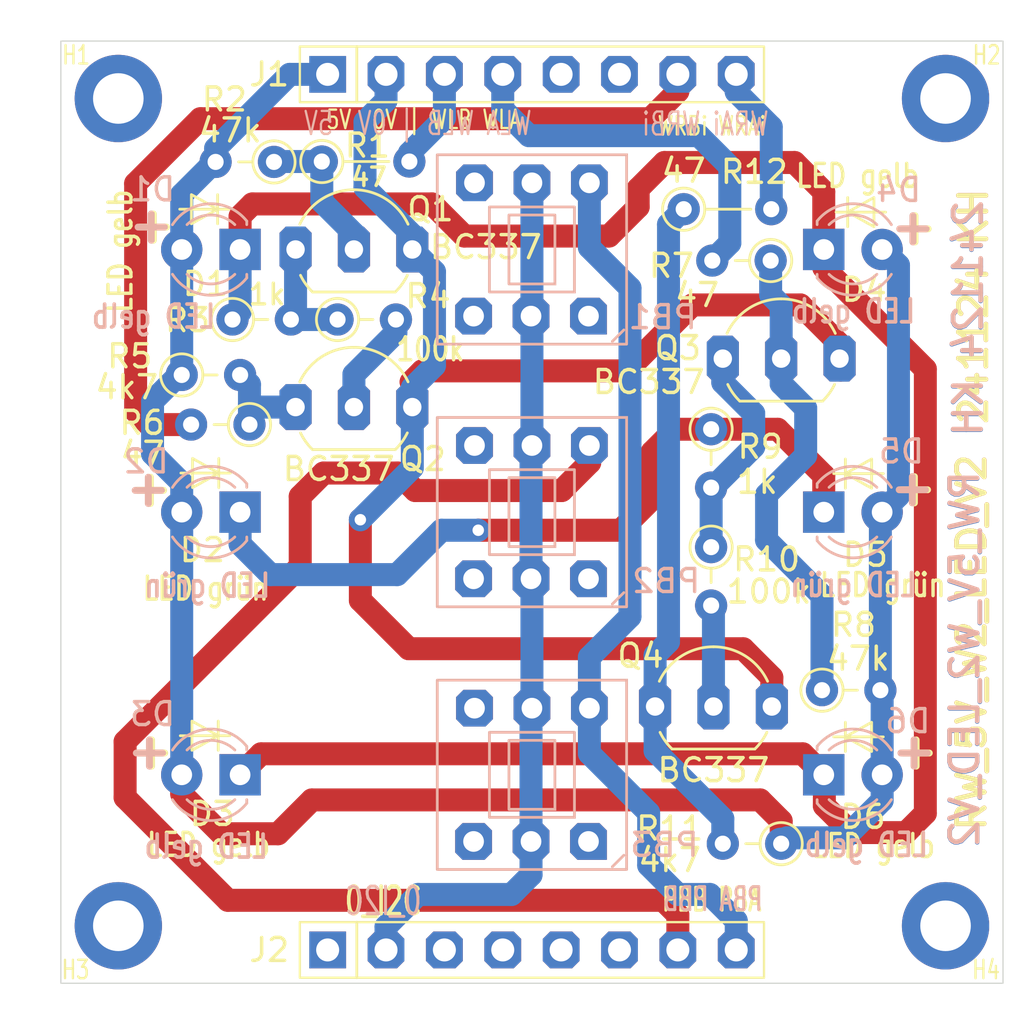
<source format=kicad_pcb>
(kicad_pcb (version 20240108) (generator "pcbnew") (generator_version "8.0")
  (layers (0 "F.Cu" signal) (31 "B.Cu" signal) (34 "B.Paste" user) (35 "F.Paste" user) (36 "B.SilkS" user "B.Silkscreen") (37 "F.SilkS" user "F.Silkscreen") (38 "B.Mask" user) (39 "F.Mask" user) (44 "Edge.Cuts" user))
  (net 0 "")
  (net 1 "Net-(D1-K)")
  (net 2 "/+5V")
  (net 3 "Net-(D2-K)")
  (net 5 "/WRBi")
  (net 6 "/WLA")
  (net 7 "/WRAi")
  (net 9 "/0V")
  (net 10 "/WLB")
  (net 14 "/PBA")
  (net 17 "/0_I2C")
  (net 18 "/PBB")
  (net 19 "Net-(Q1-B)")
  (net 20 "Net-(Q1-C)")
  (net 21 "Net-(Q2-B)")
  (net 22 "Net-(Q2-C)")
  (net 23 "Net-(Q3-C)")
  (net 24 "Net-(Q3-B)")
  (net 25 "Net-(Q4-C)")
  (net 26 "Net-(Q4-B)")
  (footprint "_kh_library:MountingHole_2.2mm_M2_Pad_TopBottom_kh" (layer "F.Cu") (at 34.07 26.45)
    (property "Reference" "H1" (at -1.8374 -1.8882 0) (layer "F.SilkS") (effects (font (size 0.8 0.6) (thickness 0.1) (bold yes))))
    (property "Value" "MountingHole")
    (pad "1" thru_hole circle (at 0 0) (size 2.6 2.6) (drill 2.2) (layers "*.Cu" "*.Mask"))
    (pad "1" connect circle (at 0 0) (size 3.8 3.8) (layers "F.Cu" "F.Mask"))
    (pad "1" connect circle (at 0 0) (size 3.8 3.8) (layers "B.Cu" "B.Mask"))
  )
  (footprint "Resistor_THT:R_Axial_DIN0204_L3.6mm_D1.6mm_P2.54mm_Vertical" (layer "F.Cu") (at 36.83 38.481)
    (property "Reference" "R5" (at -2.2606 -0.8128 0) (layer "F.SilkS"))
    (property "Value" "4k7" (at -2.3876 0.5334 0) (layer "F.SilkS"))
    (pad "1" thru_hole circle (at 0 0) (size 1.4 1.4) (drill 0.7) (layers "*.Cu" "*.Mask") (net 2 "/+5V"))
    (pad "2" thru_hole oval (at 2.54 0) (size 1.4 1.4) (drill 0.7) (layers "*.Cu" "*.Mask") (net 22 "Net-(Q2-C)"))
  )
  (footprint "_kh_library:R_Axial_DIN0204_L3.6mm_D1.6mm_P2.54mm_Vertical_kh" (layer "F.Cu") (at 59.8678 45.9732 -90)
    (property "Reference" "R10" (at 0.5342 -2.413 180) (layer "F.SilkS"))
    (property "Value" "100k")
    (pad "1" thru_hole circle (at 0 0 270) (size 1.4 1.4) (drill 0.7) (layers "*.Cu" "*.Mask") (net 23 "Net-(Q3-C)"))
    (pad "2" thru_hole oval (at 2.54 0 270) (size 1.4 1.4) (drill 0.7) (layers "*.Cu" "*.Mask") (net 26 "Net-(Q4-B)"))
  )
  (footprint "_kh_library:MountingHole_2.2mm_M2_Pad_TopBottom_kh" (layer "F.Cu") (at 34.07 62.45)
    (property "Reference" "H3" (at -1.8628 1.9136 0) (layer "F.SilkS") (effects (font (size 0.8 0.6) (thickness 0.1) (bold yes))))
    (property "Value" "MountingHole")
    (pad "1" thru_hole circle (at 0 0) (size 2.6 2.6) (drill 2.2) (layers "*.Cu" "*.Mask"))
    (pad "1" connect circle (at 0 0) (size 3.8 3.8) (layers "F.Cu" "F.Mask"))
    (pad "1" connect circle (at 0 0) (size 3.8 3.8) (layers "B.Cu" "B.Mask"))
  )
  (footprint "_kh_library:R_Axial_DIN0204_L3.6mm_D1.6mm_P3.81mm_Vertical_kh" (layer "F.Cu") (at 58.674 31.2674)
    (property "Reference" "R12" (at 3.0734 -1.6256 180) (layer "F.SilkS"))
    (property "Value" "47")
    (pad "1" thru_hole circle (at 0 0) (size 1.4 1.4) (drill 0.7) (layers "*.Cu" "*.Mask") (net 25 "Net-(Q4-C)"))
    (pad "2" thru_hole oval (at 3.81 0) (size 1.4 1.4) (drill 0.7) (layers "*.Cu" "*.Mask") (net 7 "/WRAi"))
  )
  (footprint "Resistor_THT:R_Axial_DIN0204_L3.6mm_D1.6mm_P2.54mm_Vertical" (layer "F.Cu") (at 43.611 36.068)
    (property "Reference" "R4" (at 3.9378 -1.016 0) (layer "F.SilkS"))
    (property "Value" "100k")
    (pad "1" thru_hole circle (at 0 0) (size 1.4 1.4) (drill 0.7) (layers "*.Cu" "*.Mask") (net 20 "Net-(Q1-C)"))
    (pad "2" thru_hole oval (at 2.54 0) (size 1.4 1.4) (drill 0.7) (layers "*.Cu" "*.Mask") (net 21 "Net-(Q2-B)"))
  )
  (footprint "Resistor_THT:R_Axial_DIN0204_L3.6mm_D1.6mm_P2.54mm_Vertical" (layer "F.Cu") (at 39.039 36.068)
    (property "Reference" "R3" (at -1.955 0.0254 0) (layer "F.SilkS"))
    (property "Value" "1k")
    (pad "1" thru_hole circle (at 0 0) (size 1.4 1.4) (drill 0.7) (layers "*.Cu" "*.Mask") (net 1 "Net-(D1-K)"))
    (pad "2" thru_hole oval (at 2.54 0) (size 1.4 1.4) (drill 0.7) (layers "*.Cu" "*.Mask") (net 20 "Net-(Q1-C)"))
  )
  (footprint "_kh_library:TO-92_Inline_Wide_custom" (layer "F.Cu") (at 41.783 39.878)
    (property "Reference" "Q2" (at 5.5372 2.2606 0) (layer "F.SilkS"))
    (property "Value" "BC337")
    (pad "1" thru_hole roundrect (at 0 0) (size 1.4 2) (drill 0.8) (layers "*.Cu" "*.Mask") (roundrect_rratio 0) (chamfer_ratio 0.2) (chamfer top_left top_right bottom_left bottom_right) (net 22 "Net-(Q2-C)"))
    (pad "2" thru_hole roundrect (at 2.54 0) (size 1.4 2) (drill 0.8) (layers "*.Cu" "*.Mask") (roundrect_rratio 0) (chamfer_ratio 0.2) (chamfer top_left top_right bottom_left bottom_right) (net 21 "Net-(Q2-B)"))
    (pad "3" thru_hole roundrect (at 5.08 0) (size 1.4 2) (drill 0.8) (layers "*.Cu" "*.Mask") (roundrect_rratio 0) (chamfer_ratio 0.2) (chamfer top_left top_right bottom_left bottom_right) (net 9 "/0V"))
  )
  (footprint "Resistor_THT:R_Axial_DIN0204_L3.6mm_D1.6mm_P2.54mm_Vertical" (layer "F.Cu") (at 62.9158 58.8772 180)
    (property "Reference" "R11" (at 4.8514 0.6604 180) (layer "F.SilkS"))
    (property "Value" "4k7")
    (pad "1" thru_hole circle (at 0 0 180) (size 1.4 1.4) (drill 0.7) (layers "*.Cu" "*.Mask") (net 2 "/+5V"))
    (pad "2" thru_hole oval (at 2.54 0 180) (size 1.4 1.4) (drill 0.7) (layers "*.Cu" "*.Mask") (net 25 "Net-(Q4-C)"))
  )
  (footprint "Resistor_THT:R_Axial_DIN0204_L3.6mm_D1.6mm_P2.54mm_Vertical" (layer "F.Cu") (at 40.844 29.21 180)
    (property "Reference" "R2" (at 2.1598 2.7178 0) (layer "F.SilkS"))
    (property "Value" "47k")
    (pad "1" thru_hole circle (at 0 0 180) (size 1.4 1.4) (drill 0.7) (layers "*.Cu" "*.Mask") (net 19 "Net-(Q1-B)"))
    (pad "2" thru_hole oval (at 2.54 0 180) (size 1.4 1.4) (drill 0.7) (layers "*.Cu" "*.Mask") (net 2 "/+5V"))
  )
  (footprint "_kh_library:MountingHole_2.2mm_M2_Pad_TopBottom_kh" (layer "F.Cu") (at 70.07 62.45)
    (property "Reference" "H4" (at 1.7612 1.9136 0) (layer "F.SilkS") (effects (font (size 0.8 0.6) (thickness 0.1) (bold yes))))
    (property "Value" "MountingHole")
    (pad "1" thru_hole circle (at 0 0) (size 2.6 2.6) (drill 2.2) (layers "*.Cu" "*.Mask"))
    (pad "1" connect circle (at 0 0) (size 3.8 3.8) (layers "F.Cu" "F.Mask"))
    (pad "1" connect circle (at 0 0) (size 3.8 3.8) (layers "B.Cu" "B.Mask"))
  )
  (footprint "Resistor_THT:R_Axial_DIN0204_L3.6mm_D1.6mm_P2.54mm_Vertical" (layer "F.Cu") (at 59.8678 40.8424 -90)
    (property "Reference" "R9" (at 0.7628 -2.1336 180) (layer "F.SilkS"))
    (property "Value" "1k" (at 2.2868 -2.0066 180) (layer "F.SilkS"))
    (pad "1" thru_hole circle (at 0 0 270) (size 1.4 1.4) (drill 0.7) (layers "*.Cu" "*.Mask") (net 3 "Net-(D2-K)"))
    (pad "2" thru_hole oval (at 2.54 0 270) (size 1.4 1.4) (drill 0.7) (layers "*.Cu" "*.Mask") (net 23 "Net-(Q3-C)"))
  )
  (footprint "Resistor_THT:R_Axial_DIN0204_L3.6mm_D1.6mm_P2.54mm_Vertical" (layer "F.Cu") (at 64.693 52.197)
    (property "Reference" "R8" (at 1.3724 -2.8448 0) (layer "F.SilkS"))
    (property "Value" "47k")
    (pad "1" thru_hole circle (at 0 0) (size 1.4 1.4) (drill 0.7) (layers "*.Cu" "*.Mask") (net 24 "Net-(Q3-B)"))
    (pad "2" thru_hole oval (at 2.54 0) (size 1.4 1.4) (drill 0.7) (layers "*.Cu" "*.Mask") (net 2 "/+5V"))
  )
  (footprint "Resistor_THT:R_Axial_DIN0204_L3.6mm_D1.6mm_P2.54mm_Vertical" (layer "F.Cu") (at 39.7772 40.64 180)
    (property "Reference" "R6" (at 4.6744 0.0762 0) (layer "F.SilkS"))
    (property "Value" "47")
    (pad "1" thru_hole circle (at 0 0 180) (size 1.4 1.4) (drill 0.7) (layers "*.Cu" "*.Mask") (net 22 "Net-(Q2-C)"))
    (pad "2" thru_hole oval (at 2.54 0 180) (size 1.4 1.4) (drill 0.7) (layers "*.Cu" "*.Mask") (net 5 "/WRBi"))
  )
  (footprint "_kh_library:R_Axial_DIN0204_L3.6mm_D1.6mm_P3.81mm_Vertical_kh" (layer "F.Cu") (at 42.926 29.193)
    (property "Reference" "R1" (at 1.9812 -0.6942 0) (layer "F.SilkS"))
    (property "Value" "47")
    (pad "1" thru_hole circle (at 0 0) (size 1.4 1.4) (drill 0.7) (layers "*.Cu" "*.Mask") (net 19 "Net-(Q1-B)"))
    (pad "2" thru_hole oval (at 3.81 0) (size 1.4 1.4) (drill 0.7) (layers "*.Cu" "*.Mask") (net 10 "/WLB"))
  )
  (footprint "_kh_library:TO-92_Inline_Wide_custom" (layer "F.Cu") (at 57.4294 52.9082)
    (property "Reference" "Q4" (at -0.635 -2.2098 0) (layer "F.SilkS"))
    (property "Value" "BC337")
    (pad "1" thru_hole roundrect (at 0 0) (size 1.4 2) (drill 0.8) (layers "*.Cu" "*.Mask") (roundrect_rratio 0) (chamfer_ratio 0.2) (chamfer top_left top_right bottom_left bottom_right) (net 25 "Net-(Q4-C)"))
    (pad "2" thru_hole roundrect (at 2.54 0) (size 1.4 2) (drill 0.8) (layers "*.Cu" "*.Mask") (roundrect_rratio 0) (chamfer_ratio 0.2) (chamfer top_left top_right bottom_left bottom_right) (net 26 "Net-(Q4-B)"))
    (pad "3" thru_hole roundrect (at 5.08 0) (size 1.4 2) (drill 0.8) (layers "*.Cu" "*.Mask") (roundrect_rratio 0) (chamfer_ratio 0.2) (chamfer top_left top_right bottom_left bottom_right) (net 9 "/0V"))
  )
  (footprint "_kh_library:PinSocket_1x08_P2.54mm_Vertical_kh" (layer "F.Cu") (at 43.18 25.4 90)
    (property "Reference" "J1" (at 0 -2.54 180) (layer "F.SilkS"))
    (property "Value" "Conn_01x08_Pin")
    (pad "1" thru_hole rect (at 0 0 90) (size 1.6 1.6) (drill 1) (layers "*.Cu" "*.Mask") (net 2 "/+5V"))
    (pad "2" thru_hole roundrect (at 0 2.54 90) (size 1.6 1.6) (drill 1) (layers "*.Cu" "*.Mask") (roundrect_rratio 0) (chamfer_ratio 0.2) (chamfer top_left top_right bottom_left bottom_right) (net 9 "/0V"))
    (pad "3" thru_hole roundrect (at 0 5.08 90) (size 1.6 1.6) (drill 1) (layers "*.Cu" "*.Mask") (roundrect_rratio 0) (chamfer_ratio 0.2) (chamfer top_left top_right bottom_left bottom_right) (net 10 "/WLB"))
    (pad "4" thru_hole roundrect (at 0 7.62 90) (size 1.6 1.6) (drill 1) (layers "*.Cu" "*.Mask") (roundrect_rratio 0) (chamfer_ratio 0.2) (chamfer top_left top_right bottom_left bottom_right) (net 6 "/WLA"))
    (pad "5" thru_hole roundrect (at 0 10.16 90) (size 1.6 1.6) (drill 1) (layers "*.Cu" "*.Mask") (roundrect_rratio 0) (chamfer_ratio 0.2) (chamfer top_left top_right bottom_left bottom_right))
    (pad "6" thru_hole roundrect (at 0 12.7 90) (size 1.6 1.6) (drill 1) (layers "*.Cu" "*.Mask") (roundrect_rratio 0) (chamfer_ratio 0.2) (chamfer top_left top_right bottom_left bottom_right))
    (pad "7" thru_hole roundrect (at 0 15.24 90) (size 1.6 1.6) (drill 1) (layers "*.Cu" "*.Mask") (roundrect_rratio 0) (chamfer_ratio 0.2) (chamfer top_left top_right bottom_left bottom_right) (net 5 "/WRBi"))
    (pad "8" thru_hole roundrect (at 0 17.78 90) (size 1.6 1.6) (drill 1) (layers "*.Cu" "*.Mask") (roundrect_rratio 0) (chamfer_ratio 0.2) (chamfer top_left top_right bottom_left bottom_right) (net 7 "/WRAi"))
  )
  (footprint "_kh_library:TO-92_Inline_Wide_custom" (layer "F.Cu") (at 41.783 33.02)
    (property "Reference" "Q1" (at 5.8674 -1.7526 0) (layer "F.SilkS"))
    (property "Value" "BC337")
    (pad "1" thru_hole roundrect (at 0 0) (size 1.4 2) (drill 0.8) (layers "*.Cu" "*.Mask") (roundrect_rratio 0) (chamfer_ratio 0.2) (chamfer top_left top_right bottom_left bottom_right) (net 20 "Net-(Q1-C)"))
    (pad "2" thru_hole roundrect (at 2.54 0) (size 1.4 2) (drill 0.8) (layers "*.Cu" "*.Mask") (roundrect_rratio 0) (chamfer_ratio 0.2) (chamfer top_left top_right bottom_left bottom_right) (net 19 "Net-(Q1-B)"))
    (pad "3" thru_hole roundrect (at 5.08 0) (size 1.4 2) (drill 0.8) (layers "*.Cu" "*.Mask") (roundrect_rratio 0) (chamfer_ratio 0.2) (chamfer top_left top_right bottom_left bottom_right) (net 9 "/0V"))
  )
  (footprint "_kh_library:R_Axial_DIN0204_L3.6mm_D1.6mm_P2.54mm_Vertical_kh" (layer "F.Cu") (at 62.4586 33.5026 180)
    (property "Reference" "R7" (at 4.318 -0.2286 0) (layer "F.SilkS"))
    (property "Value" "47")
    (pad "1" thru_hole circle (at 0 0 180) (size 1.4 1.4) (drill 0.7) (layers "*.Cu" "*.Mask") (net 24 "Net-(Q3-B)"))
    (pad "2" thru_hole oval (at 2.54 0 180) (size 1.4 1.4) (drill 0.7) (layers "*.Cu" "*.Mask") (net 6 "/WLA"))
  )
  (footprint "_kh_library:MountingHole_2.2mm_M2_Pad_TopBottom_kh" (layer "F.Cu") (at 70.07 26.45)
    (property "Reference" "H2" (at 1.7866 -1.8882 0) (layer "F.SilkS") (effects (font (size 0.8 0.6) (thickness 0.1) (bold yes))))
    (property "Value" "MountingHole")
    (pad "1" thru_hole circle (at 0 0) (size 2.6 2.6) (drill 2.2) (layers "*.Cu" "*.Mask"))
    (pad "1" connect circle (at 0 0) (size 3.8 3.8) (layers "F.Cu" "F.Mask"))
    (pad "1" connect circle (at 0 0) (size 3.8 3.8) (layers "B.Cu" "B.Mask"))
  )
  (footprint "_kh_library:PinSocket_1x08_P2.54mm_Vertical_kh" (layer "F.Cu") (at 43.18 63.5 90)
    (property "Reference" "J2" (at 0 -2.54 180) (layer "F.SilkS"))
    (property "Value" "Conn_01x08_Pin")
    (pad "1" thru_hole rect (at 0 0 90) (size 1.6 1.6) (drill 1) (layers "*.Cu" "*.Mask"))
    (pad "2" thru_hole roundrect (at 0 2.54 90) (size 1.6 1.6) (drill 1) (layers "*.Cu" "*.Mask") (roundrect_rratio 0) (chamfer_ratio 0.2) (chamfer top_left top_right bottom_left bottom_right) (net 17 "/0_I2C"))
    (pad "3" thru_hole roundrect (at 0 5.08 90) (size 1.6 1.6) (drill 1) (layers "*.Cu" "*.Mask") (roundrect_rratio 0) (chamfer_ratio 0.2) (chamfer top_left top_right bottom_left bottom_right))
    (pad "4" thru_hole roundrect (at 0 7.62 90) (size 1.6 1.6) (drill 1) (layers "*.Cu" "*.Mask") (roundrect_rratio 0) (chamfer_ratio 0.2) (chamfer top_left top_right bottom_left bottom_right))
    (pad "5" thru_hole roundrect (at 0 10.16 90) (size 1.6 1.6) (drill 1) (layers "*.Cu" "*.Mask") (roundrect_rratio 0) (chamfer_ratio 0.2) (chamfer top_left top_right bottom_left bottom_right))
    (pad "6" thru_hole roundrect (at 0 12.7 90) (size 1.6 1.6) (drill 1) (layers "*.Cu" "*.Mask") (roundrect_rratio 0) (chamfer_ratio 0.2) (chamfer top_left top_right bottom_left bottom_right))
    (pad "7" thru_hole roundrect (at 0 15.24 90) (size 1.6 1.6) (drill 1) (layers "*.Cu" "*.Mask") (roundrect_rratio 0) (chamfer_ratio 0.2) (chamfer top_left top_right bottom_left bottom_right) (net 18 "/PBB"))
    (pad "8" thru_hole roundrect (at 0 17.78 90) (size 1.6 1.6) (drill 1) (layers "*.Cu" "*.Mask") (roundrect_rratio 0) (chamfer_ratio 0.2) (chamfer top_left top_right bottom_left bottom_right) (net 14 "/PBA"))
  )
  (footprint "_kh_library:TO-92_Inline_Wide_custom" (layer "F.Cu") (at 60.3758 37.7698)
    (property "Reference" "Q3" (at -1.9558 -0.4572 0) (layer "F.SilkS"))
    (property "Value" "BC337")
    (pad "1" thru_hole roundrect (at 0 0) (size 1.4 2) (drill 0.8) (layers "*.Cu" "*.Mask") (roundrect_rratio 0) (chamfer_ratio 0.2) (chamfer top_left top_right bottom_left bottom_right) (net 23 "Net-(Q3-C)"))
    (pad "2" thru_hole roundrect (at 2.54 0) (size 1.4 2) (drill 0.8) (layers "*.Cu" "*.Mask") (roundrect_rratio 0) (chamfer_ratio 0.2) (chamfer top_left top_right bottom_left bottom_right) (net 24 "Net-(Q3-B)"))
    (pad "3" thru_hole roundrect (at 5.08 0) (size 1.4 2) (drill 0.8) (layers "*.Cu" "*.Mask") (roundrect_rratio 0) (chamfer_ratio 0.2) (chamfer top_left top_right bottom_left bottom_right) (net 9 "/0V"))
  )
  (footprint "LED_THT:LED_D3.0mm" (layer "B.Cu") (at 39.37 33.02 180)
    (property "Reference" "D1" (at 3.81 2.6162 0) (layer "B.SilkS") (effects (justify mirror)))
    (property "Value" "LED gelb")
    (pad "1" thru_hole rect (at 0 0 180) (size 1.8 1.8) (drill 0.9) (layers "*.Cu" "*.Mask") (net 1 "Net-(D1-K)"))
    (pad "2" thru_hole circle (at 2.54 0 180) (size 1.8 1.8) (drill 0.9) (layers "*.Cu" "*.Mask") (net 2 "/+5V"))
  )
  (footprint "_kh_library:SW_Push_DPDT_8x8" (layer "B.Cu") (at 54.57 35.92 180)
    (property "Reference" "PB1" (at -3.1896 -0.0464 0) (layer "B.SilkS") (effects (justify mirror)))
    (property "Value" "SW_Push_DPDT_8x8")
    (pad "1" thru_hole roundrect (at 0.04 0 180) (size 1.6 1.6) (drill 0.9) (layers "*.Cu" "*.Mask") (roundrect_rratio 0) (chamfer_ratio 0.2) (chamfer top_right bottom_left bottom_right))
    (pad "2" thru_hole roundrect (at 2.54 0 180) (size 1.6 1.6) (drill 0.9) (layers "*.Cu" "*.Mask") (roundrect_rratio 0) (chamfer_ratio 0.2) (chamfer top_left top_right bottom_left bottom_right) (net 17 "/0_I2C"))
    (pad "3" thru_hole roundrect (at 5.04 0 180) (size 1.6 1.6) (drill 0.9) (layers "*.Cu" "*.Mask") (roundrect_rratio 0) (chamfer_ratio 0.2) (chamfer top_left top_right bottom_left bottom_right))
    (pad "4" thru_hole roundrect (at 5 5.8 180) (size 1.6 1.6) (drill 0.9) (layers "*.Cu" "*.Mask") (roundrect_rratio 0) (chamfer_ratio 0.2) (chamfer top_left top_right bottom_left bottom_right))
    (pad "5" thru_hole roundrect (at 2.5 5.8 180) (size 1.6 1.6) (drill 0.9) (layers "*.Cu" "*.Mask") (roundrect_rratio 0) (chamfer_ratio 0.2) (chamfer top_left top_right bottom_left bottom_right) (net 17 "/0_I2C"))
    (pad "6" thru_hole roundrect (at 0 5.8 180) (size 1.6 1.6) (drill 0.9) (layers "*.Cu" "*.Mask") (roundrect_rratio 0) (chamfer_ratio 0.2) (chamfer top_left top_right bottom_left bottom_right) (net 14 "/PBA"))
  )
  (footprint "_kh_library:SW_Push_DPDT_8x8" (layer "B.Cu") (at 54.57 58.78 180)
    (property "Reference" "PB3" (at -3.2658 -0.148 0) (layer "B.SilkS") (effects (justify mirror)))
    (property "Value" "SW_Push_DPDT_8x8")
    (pad "1" thru_hole roundrect (at 0.04 0 180) (size 1.6 1.6) (drill 0.9) (layers "*.Cu" "*.Mask") (roundrect_rratio 0) (chamfer_ratio 0.2) (chamfer top_right bottom_left bottom_right))
    (pad "2" thru_hole roundrect (at 2.54 0 180) (size 1.6 1.6) (drill 0.9) (layers "*.Cu" "*.Mask") (roundrect_rratio 0) (chamfer_ratio 0.2) (chamfer top_left top_right bottom_left bottom_right) (net 17 "/0_I2C"))
    (pad "3" thru_hole roundrect (at 5.04 0 180) (size 1.6 1.6) (drill 0.9) (layers "*.Cu" "*.Mask") (roundrect_rratio 0) (chamfer_ratio 0.2) (chamfer top_left top_right bottom_left bottom_right))
    (pad "4" thru_hole roundrect (at 5 5.8 180) (size 1.6 1.6) (drill 0.9) (layers "*.Cu" "*.Mask") (roundrect_rratio 0) (chamfer_ratio 0.2) (chamfer top_left top_right bottom_left bottom_right))
    (pad "5" thru_hole roundrect (at 2.5 5.8 180) (size 1.6 1.6) (drill 0.9) (layers "*.Cu" "*.Mask") (roundrect_rratio 0) (chamfer_ratio 0.2) (chamfer top_left top_right bottom_left bottom_right) (net 17 "/0_I2C"))
    (pad "6" thru_hole roundrect (at 0 5.8 180) (size 1.6 1.6) (drill 0.9) (layers "*.Cu" "*.Mask") (roundrect_rratio 0) (chamfer_ratio 0.2) (chamfer top_left top_right bottom_left bottom_right) (net 14 "/PBA"))
  )
  (footprint "LED_THT:LED_D3.0mm" (layer "B.Cu") (at 39.37 44.45 180)
    (property "Reference" "D2" (at 4.0894 2.2098 0) (layer "B.SilkS") (effects (justify mirror)))
    (property "Value" "LED grün")
    (pad "1" thru_hole rect (at 0 0 180) (size 1.8 1.8) (drill 0.9) (layers "*.Cu" "*.Mask") (net 3 "Net-(D2-K)"))
    (pad "2" thru_hole circle (at 2.54 0 180) (size 1.8 1.8) (drill 0.9) (layers "*.Cu" "*.Mask") (net 2 "/+5V"))
  )
  (footprint "LED_THT:LED_D3.0mm" (layer "B.Cu") (at 64.77 33.02)
    (property "Reference" "D4" (at 3.2512 -2.5908 0) (layer "B.SilkS") (effects (justify mirror)))
    (property "Value" "LED gelb")
    (pad "1" thru_hole rect (at 0 0) (size 1.8 1.8) (drill 0.9) (layers "*.Cu" "*.Mask") (net 1 "Net-(D1-K)"))
    (pad "2" thru_hole circle (at 2.54 0) (size 1.8 1.8) (drill 0.9) (layers "*.Cu" "*.Mask") (net 2 "/+5V"))
  )
  (footprint "LED_THT:LED_D3.0mm" (layer "B.Cu") (at 64.77 55.88)
    (property "Reference" "D6" (at 3.6576 -2.3368 0) (layer "B.SilkS") (effects (justify mirror)))
    (property "Value" "LED gelb")
    (pad "1" thru_hole rect (at 0 0) (size 1.8 1.8) (drill 0.9) (layers "*.Cu" "*.Mask") (net 1 "Net-(D1-K)"))
    (pad "2" thru_hole circle (at 2.54 0) (size 1.8 1.8) (drill 0.9) (layers "*.Cu" "*.Mask") (net 2 "/+5V"))
  )
  (footprint "_kh_library:SW_Push_DPDT_8x8" (layer "B.Cu") (at 54.57 47.35 180)
    (property "Reference" "PB2" (at -3.342 -0.0972 0) (layer "B.SilkS") (effects (justify mirror)))
    (property "Value" "SW_Push_DPDT_8x8")
    (pad "1" thru_hole roundrect (at 0.04 0 180) (size 1.6 1.6) (drill 0.9) (layers "*.Cu" "*.Mask") (roundrect_rratio 0) (chamfer_ratio 0.2) (chamfer top_right bottom_left bottom_right))
    (pad "2" thru_hole roundrect (at 2.54 0 180) (size 1.6 1.6) (drill 0.9) (layers "*.Cu" "*.Mask") (roundrect_rratio 0) (chamfer_ratio 0.2) (chamfer top_left top_right bottom_left bottom_right) (net 17 "/0_I2C"))
    (pad "3" thru_hole roundrect (at 5.04 0 180) (size 1.6 1.6) (drill 0.9) (layers "*.Cu" "*.Mask") (roundrect_rratio 0) (chamfer_ratio 0.2) (chamfer top_left top_right bottom_left bottom_right))
    (pad "4" thru_hole roundrect (at 5 5.8 180) (size 1.6 1.6) (drill 0.9) (layers "*.Cu" "*.Mask") (roundrect_rratio 0) (chamfer_ratio 0.2) (chamfer top_left top_right bottom_left bottom_right))
    (pad "5" thru_hole roundrect (at 2.5 5.8 180) (size 1.6 1.6) (drill 0.9) (layers "*.Cu" "*.Mask") (roundrect_rratio 0) (chamfer_ratio 0.2) (chamfer top_left top_right bottom_left bottom_right) (net 17 "/0_I2C"))
    (pad "6" thru_hole roundrect (at 0 5.8 180) (size 1.6 1.6) (drill 0.9) (layers "*.Cu" "*.Mask") (roundrect_rratio 0) (chamfer_ratio 0.2) (chamfer top_left top_right bottom_left bottom_right) (net 18 "/PBB"))
  )
  (footprint "LED_THT:LED_D3.0mm" (layer "B.Cu") (at 39.37 55.88 180)
    (property "Reference" "D3" (at 3.81 2.6416 0) (layer "B.SilkS") (effects (justify mirror)))
    (property "Value" "LED gelb")
    (pad "1" thru_hole rect (at 0 0 180) (size 1.8 1.8) (drill 0.9) (layers "*.Cu" "*.Mask") (net 1 "Net-(D1-K)"))
    (pad "2" thru_hole circle (at 2.54 0 180) (size 1.8 1.8) (drill 0.9) (layers "*.Cu" "*.Mask") (net 2 "/+5V"))
  )
  (footprint "LED_THT:LED_D3.0mm" (layer "B.Cu") (at 64.77 44.45)
    (property "Reference" "D5" (at 3.3782 -2.6416 0) (layer "B.SilkS") (effects (justify mirror)))
    (property "Value" "LED grün")
    (pad "1" thru_hole rect (at 0 0) (size 1.8 1.8) (drill 0.9) (layers "*.Cu" "*.Mask") (net 3 "Net-(D2-K)"))
    (pad "2" thru_hole circle (at 2.54 0) (size 1.8 1.8) (drill 0.9) (layers "*.Cu" "*.Mask") (net 2 "/+5V"))
  )
  (gr_poly (pts (xy 65.7098 54.229) (xy 66.8528 54.864) (xy 66.8528 53.594)) (stroke (width 0.12)) (fill none) (layer "F.SilkS"))
  (gr_line (start 36.7919 42.7482) (end 38.9509 42.7482) (stroke (width 0.12)) (layer "F.SilkS"))
  (gr_line (start 65.8114 32.0294) (end 65.8114 30.7594) (stroke (width 0.12)) (layer "F.SilkS"))
  (gr_line (start 38.4429 42.1132) (end 38.4429 43.3832) (stroke (width 0.12)) (layer "F.SilkS"))
  (gr_line (start 36.7665 54.1782) (end 38.9255 54.1782) (stroke (width 0.12)) (layer "F.SilkS"))
  (gr_line (start 67.3608 54.229) (end 65.2018 54.229) (stroke (width 0.12)) (layer "F.SilkS"))
  (gr_poly (pts (xy 38.4175 54.1782) (xy 37.2745 53.5432) (xy 37.2745 54.8132)) (stroke (width 0.12)) (fill none) (layer "F.SilkS"))
  (gr_line (start 38.4175 53.5432) (end 38.4175 54.8132) (stroke (width 0.12)) (layer "F.SilkS"))
  (gr_line (start 65.7098 54.864) (end 65.7098 53.594) (stroke (width 0.12)) (layer "F.SilkS"))
  (gr_line (start 65.7098 43.4086) (end 65.7098 42.1386) (stroke (width 0.12)) (layer "F.SilkS"))
  (gr_line (start 67.3608 42.7736) (end 65.2018 42.7736) (stroke (width 0.12)) (layer "F.SilkS"))
  (gr_poly (pts (xy 65.8114 31.3944) (xy 66.9544 32.0294) (xy 66.9544 30.7594)) (stroke (width 0.12)) (fill none) (layer "F.SilkS"))
  (gr_poly (pts (xy 38.4429 42.7482) (xy 37.2999 42.1132) (xy 37.2999 43.3832)) (stroke (width 0.12)) (fill none) (layer "F.SilkS"))
  (gr_line (start 36.7411 31.2674) (end 38.9001 31.2674) (stroke (width 0.12)) (layer "F.SilkS"))
  (gr_line (start 38.3921 30.6324) (end 38.3921 31.9024) (stroke (width 0.12)) (layer "F.SilkS"))
  (gr_line (start 67.4624 31.3944) (end 65.3034 31.3944) (stroke (width 0.12)) (layer "F.SilkS"))
  (gr_poly (pts (xy 65.7098 42.7736) (xy 66.8528 43.4086) (xy 66.8528 42.1386)) (stroke (width 0.12)) (fill none) (layer "F.SilkS"))
  (gr_poly (pts (xy 38.3921 31.2674) (xy 37.2491 30.6324) (xy 37.2491 31.9024)) (stroke (width 0.12)) (fill none) (layer "F.SilkS"))
  (gr_rect (start 31.57 23.95) (end 72.57 64.95) (stroke (width 0.05)) (fill none) (layer "Edge.Cuts"))
  (gr_text "RW_5V_W2_LED_V2" (at 71.9074 58.42 90) (layer "F.Cu") (effects (font (size 1.2 1.2) (thickness 0.2) (bold yes)) (justify left bottom)))
  (gr_text "241124 KH" (at 71.9836 40.7416 90) (layer "F.Cu") (effects (font (size 1.2 1.2) (thickness 0.2) (bold yes)) (justify left bottom)))
  (gr_text "RW_5V_W2_LED_V2" (at 71.6026 42.5704 90) (layer "B.Cu") (effects (font (size 1.2 1.2) (thickness 0.2) (bold yes)) (justify left bottom mirror)))
  (gr_text "241124 KH" (at 71.755 30.7848 90) (layer "B.Cu") (effects (font (size 1.2 1.2) (thickness 0.2) (bold yes)) (justify left bottom mirror)))
  (gr_text "+" (at 69.7738 32.893 0) (layer "B.SilkS") (effects (font (size 1.5 1.5) (thickness 0.3) (bold yes)) (justify left bottom mirror)))
  (gr_text "LED gelb" (at 38.3794 36.5252 0) (layer "B.SilkS") (effects (font (size 1 0.8) (thickness 0.16) (bold yes)) (justify left bottom mirror)))
  (gr_text "+" (at 36.4998 44.2722 0) (layer "B.SilkS") (effects (font (size 1.5 1.5) (thickness 0.3) (bold yes)) (justify left bottom mirror)))
  (gr_text "+" (at 69.7484 44.2468 0) (layer "B.SilkS") (effects (font (size 1.5 1.5) (thickness 0.3) (bold yes)) (justify left bottom mirror)))
  (gr_text "PBA PBB" (at 62.1792 61.8744 0) (layer "B.SilkS") (effects (font (size 1 0.65) (thickness 0.13) (bold yes)) (justify left bottom mirror)))
  (gr_text "LED gelb" (at 68.834 36.2966 0) (layer "B.SilkS") (effects (font (size 1 0.8) (thickness 0.16) (bold yes)) (justify left bottom mirror)))
  (gr_text "+" (at 36.6268 32.8168 0) (layer "B.SilkS") (effects (font (size 1.5 1.5) (thickness 0.3) (bold yes)) (justify left bottom mirror)))
  (gr_text "LED gelb" (at 40.6654 59.5884 0) (layer "B.SilkS") (effects (font (size 1 0.8) (thickness 0.16) (bold yes)) (justify left bottom mirror)))
  (gr_text "LED grün" (at 40.767 48.2346 0) (layer "B.SilkS") (effects (font (size 1 0.8) (thickness 0.16) (bold yes)) (justify left bottom mirror)))
  (gr_text "LED grün" (at 68.8848 48.2092 0) (layer "B.SilkS") (effects (font (size 1 0.8) (thickness 0.16) (bold yes)) (justify left bottom mirror)))
  (gr_text "+" (at 36.5506 55.7022 0) (layer "B.SilkS") (effects (font (size 1.5 1.5) (thickness 0.3) (bold yes)) (justify left bottom mirror)))
  (gr_text "LED gelb" (at 69.3928 59.5122 0) (layer "B.SilkS") (effects (font (size 1 0.8) (thickness 0.16) (bold yes)) (justify left bottom mirror)))
  (gr_text "241124 KH" (at 71.755 30.7594 90) (layer "B.SilkS") (effects (font (size 1.2 1.2) (thickness 0.2) (bold yes)) (justify left bottom mirror)))
  (gr_text "WLA WLB | 0V  5V" (at 52.1208 28.1178 0) (layer "B.SilkS") (effects (font (size 1 0.7) (thickness 0.1)) (justify left bottom mirror)))
  (gr_text "+" (at 69.8246 55.7022 0) (layer "B.SilkS") (effects (font (size 1.5 1.5) (thickness 0.3) (bold yes)) (justify left bottom mirror)))
  (gr_text "0_I2C" (at 47.3456 62.0776 0) (layer "B.SilkS") (effects (font (size 1.2 0.8) (thickness 0.13) (bold yes)) (justify left bottom mirror)))
  (gr_text "RW_5V_W2_LED_V2" (at 71.6026 42.545 90) (layer "B.SilkS") (effects (font (size 1.2 1.2) (thickness 0.2) (bold yes)) (justify left bottom mirror)))
  (gr_text "WRAi WRBi" (at 62.4332 28.1432 0) (layer "B.SilkS") (effects (font (size 1 0.7) (thickness 0.1)) (justify left bottom mirror)))
  (gr_text "BC337" (at 57.15 38.7858 0) (layer "F.SilkS") (effects (font (size 1 1))))
  (gr_text "RW_5V_W2_LED_V2" (at 71.9074 58.42 90) (layer "F.SilkS") (effects (font (size 1.2 1.2) (thickness 0.2) (bold yes)) (justify left bottom)))
  (gr_text "47k" (at 66.2686 50.8254 0) (layer "F.SilkS") (effects (font (size 1 1))))
  (gr_text "+" (at 34.3916 55.7022 0) (layer "F.SilkS") (effects (font (size 1.5 1.5) (thickness 0.3) (bold yes)) (justify left bottom)))
  (gr_text "LED gelb" (at 66.929 58.9788 0) (layer "F.SilkS") (effects (font (size 1 0.8))))
  (gr_text "+" (at 67.6656 55.7022 0) (layer "F.SilkS") (effects (font (size 1.5 1.5) (thickness 0.3) (bold yes)) (justify left bottom)))
  (gr_text "LED grün" (at 67.3354 47.625 0) (layer "F.SilkS") (effects (font (size 1 0.8))))
  (gr_text "D5" (at 65.5066 46.8884 0) (layer "F.SilkS") (effects (font (size 1 1)) (justify left bottom)))
  (gr_text "47" (at 59.2582 35.0012 0) (layer "F.SilkS") (effects (font (size 1 1))))
  (gr_text "1k" (at 40.5384 34.9758 0) (layer "F.SilkS") (effects (font (size 0.9 0.9))))
  (gr_text "+" (at 67.5894 44.2468 0) (layer "F.SilkS") (effects (font (size 1.5 1.5) (thickness 0.3) (bold yes)) (justify left bottom)))
  (gr_text "BC337" (at 50.0634 32.9184 0) (layer "F.SilkS") (effects (font (size 1 1))))
  (gr_text "47" (at 35.1282 41.91 0) (layer "F.SilkS") (effects (font (size 1 1))))
  (gr_text "D4" (at 65.4558 35.3568 0) (layer "F.SilkS") (effects (font (size 1 1)) (justify left bottom)))
  (gr_text "D3" (at 37.084 58.166 0) (layer "F.SilkS") (effects (font (size 1 1)) (justify left bottom)))
  (gr_text "BC337" (at 59.9694 55.6768 0) (layer "F.SilkS") (effects (font (size 1 1))))
  (gr_text "5V  0V | WLB WLA" (at 43.053 27.8384 0) (layer "F.SilkS") (effects (font (size 0.8 0.6) (thickness 0.1)) (justify left bottom)))
  (gr_text "100k" (at 62.3824 47.9044 0) (layer "F.SilkS") (effects (font (size 1 1))))
  (gr_text "LED gelb" (at 66.2432 29.8196 0) (layer "F.SilkS") (effects (font (size 1 0.8))))
  (gr_text "LED gelb" (at 34.163 33.0962 90) (layer "F.SilkS") (effects (font (size 1 0.8))))
  (gr_text "D2" (at 36.6522 46.6852 0) (layer "F.SilkS") (effects (font (size 1 1)) (justify left bottom)))
  (gr_text "47k" (at 38.9382 27.8384 0) (layer "F.SilkS") (effects (font (size 1 1))))
  (gr_text "4k7" (at 58.0644 59.5884 0) (layer "F.SilkS") (effects (font (size 1 1))))
  (gr_text "LED gelb" (at 37.9984 58.928 0) (layer "F.SilkS") (effects (font (size 1 0.8))))
  (gr_text "47" (at 58.674 29.591 0) (layer "F.SilkS") (effects (font (size 1 1))))
  (gr_text "+" (at 67.6148 32.893 0) (layer "F.SilkS") (effects (font (size 1.5 1.5) (thickness 0.3) (bold yes)) (justify left bottom)))
  (gr_text "241124 KH" (at 71.9836 40.7416 90) (layer "F.SilkS") (effects (font (size 1.2 1.2) (thickness 0.2) (bold yes)) (justify left bottom)))
  (gr_text "0_I2C" (at 43.8404 62.0776 0) (layer "F.SilkS") (effects (font (size 1.2 0.8) (thickness 0.16) (bold yes)) (justify left bottom)))
  (gr_text "D6" (at 65.405 58.293 0) (layer "F.SilkS") (effects (font (size 1 1)) (justify left bottom)))
  (gr_text "PBB PBA" (at 57.658 61.8998 0) (layer "F.SilkS") (effects (font (size 1 0.65) (thickness 0.13) (bold yes)) (justify left bottom)))
  (gr_text "47" (at 44.9834 29.8704 0) (layer "F.SilkS") (effects (font (size 0.8 0.8))))
  (gr_text "+" (at 34.3408 44.2722 0) (layer "F.SilkS") (effects (font (size 1.5 1.5) (thickness 0.3) (bold yes)) (justify left bottom)))
  (gr_text "D1" (at 36.7792 35.1028 0) (layer "F.SilkS") (effects (font (size 1 1)) (justify left bottom)))
  (gr_text "BC337" (at 43.6626 42.5704 0) (layer "F.SilkS") (effects (font (size 1 1))))
  (gr_text "+" (at 34.4678 32.8168 0) (layer "F.SilkS") (effects (font (size 1.5 1.5) (thickness 0.3) (bold yes)) (justify left bottom)))
  (gr_text "100k" (at 47.6504 37.3634 0) (layer "F.SilkS") (effects (font (size 1 0.8))))
  (gr_text "WRBi WRAi" (at 57.4802 28.1178 0) (layer "F.SilkS") (effects (font (size 0.8 0.6) (thickness 0.1)) (justify left bottom)))
  (gr_text "LED grün" (at 37.8714 47.7774 0) (layer "F.SilkS") (effects (font (size 1 0.8))))
  (segment (start 64.7954 57.2262) (end 65.9638 58.3946) (width 1) (layer "F.Cu") (net 1))
  (segment (start 39.9034 31.0388) (end 47.7266 31.0388) (width 1) (layer "F.Cu") (net 1))
  (segment (start 39.37 33.02) (end 39.37 31.5722) (width 1) (layer "F.Cu") (net 1))
  (segment (start 64.7954 55.9054) (end 64.7954 57.2262) (width 1) (layer "F.Cu") (net 1))
  (segment (start 57.8358 29.2354) (end 63.5 29.2354) (width 1) (layer "F.Cu") (net 1))
  (segment (start 64.77 30.5054) (end 64.77 33.02) (width 1) (layer "F.Cu") (net 1))
  (segment (start 69.1896 57.5564) (end 69.1896 38.227) (width 1) (layer "F.Cu") (net 1))
  (segment (start 40.2844 54.9656) (end 39.37 55.88) (width 1) (layer "F.Cu") (net 1))
  (segment (start 56.6928 31.1658) (end 56.6928 30.3784) (width 1) (layer "F.Cu") (net 1))
  (segment (start 63.5 29.2354) (end 64.77 30.5054) (width 1) (layer "F.Cu") (net 1))
  (segment (start 56.6928 30.3784) (end 57.8358 29.2354) (width 1) (layer "F.Cu") (net 1))
  (segment (start 63.8556 54.9656) (end 40.2844 54.9656) (width 1) (layer "F.Cu") (net 1))
  (segment (start 64.77 55.88) (end 63.8556 54.9656) (width 1) (layer "F.Cu") (net 1))
  (segment (start 39.37 31.5722) (end 39.9034 31.0388) (width 1) (layer "F.Cu") (net 1))
  (segment (start 64.77 33.8074) (end 64.77 33.02) (width 1) (layer "F.Cu") (net 1))
  (segment (start 65.9638 58.3946) (end 68.3514 58.3946) (width 1) (layer "F.Cu") (net 1))
  (segment (start 68.3514 58.3946) (end 69.1896 57.5564) (width 1) (layer "F.Cu") (net 1))
  (segment (start 69.1896 38.227) (end 64.77 33.8074) (width 1) (layer "F.Cu") (net 1))
  (segment (start 49.1236 32.4358) (end 55.4228 32.4358) (width 1) (layer "F.Cu") (net 1))
  (segment (start 55.4228 32.4358) (end 56.6928 31.1658) (width 1) (layer "F.Cu") (net 1))
  (segment (start 47.7266 31.0388) (end 49.1236 32.4358) (width 1) (layer "F.Cu") (net 1))
  (segment (start 39.37 35.737) (end 39.039 36.068) (width 1) (layer "B.Cu") (net 1))
  (segment (start 39.37 33.02) (end 39.37 35.737) (width 1) (layer "B.Cu") (net 1))
  (segment (start 38.5572 58.4454) (end 36.83 56.7182) (width 1) (layer "F.Cu") (net 2))
  (segment (start 42.4942 56.9722) (end 41.021 58.4454) (width 1) (layer "F.Cu") (net 2))
  (segment (start 62.0014 56.9722) (end 42.4942 56.9722) (width 1) (layer "F.Cu") (net 2))
  (segment (start 36.83 56.7182) (end 36.83 55.88) (width 1) (layer "F.Cu") (net 2))
  (segment (start 41.021 58.4454) (end 38.5572 58.4454) (width 1) (layer "F.Cu") (net 2))
  (segment (start 62.9158 57.8866) (end 62.0014 56.9722) (width 1) (layer "F.Cu") (net 2))
  (segment (start 62.9158 58.8772) (end 62.9158 57.8866) (width 1) (layer "F.Cu") (net 2))
  (segment (start 68.0212 33.7058) (end 68.0212 43.7388) (width 1) (layer "B.Cu") (net 2))
  (segment (start 68.0212 43.7388) (end 67.31 44.45) (width 1) (layer "B.Cu") (net 2))
  (segment (start 38.304 28.625) (end 38.304 29.21) (width 1) (layer "B.Cu") (net 2))
  (segment (start 41.529 25.4) (end 38.304 28.625) (width 1) (layer "B.Cu") (net 2))
  (segment (start 36.83 43.18) (end 36.83 44.45) (width 1) (layer "B.Cu") (net 2))
  (segment (start 38.2524 29.21) (end 36.83 30.6324) (width 1) (layer "B.Cu") (net 2))
  (segment (start 62.9158 58.8772) (end 63.1698 58.6232) (width 1) (layer "B.Cu") (net 2))
  (segment (start 67.233 52.197) (end 67.233 44.527) (width 1) (layer "B.Cu") (net 2))
  (segment (start 36.703 38.481) (end 35.56 39.624) (width 1) (layer "B.Cu") (net 2))
  (segment (start 35.56 39.624) (end 35.56 41.91) (width 1) (layer "B.Cu") (net 2))
  (segment (start 67.31 55.88) (end 67.31 52.274) (width 1) (layer "B.Cu") (net 2))
  (segment (start 63.1698 58.6232) (end 65.6844 58.6232) (width 1) (layer "B.Cu") (net 2))
  (segment (start 36.83 33.02) (end 36.83 38.481) (width 1) (layer "B.Cu") (net 2))
  (segment (start 35.56 41.91) (end 36.83 43.18) (width 1) (layer "B.Cu") (net 2))
  (segment (start 36.83 30.6324) (end 36.83 33.02) (width 1) (layer "B.Cu") (net 2))
  (segment (start 67.31 56.9976) (end 67.31 55.88) (width 1) (layer "B.Cu") (net 2))
  (segment (start 65.6844 58.6232) (end 67.31 56.9976) (width 1) (layer "B.Cu") (net 2))
  (segment (start 36.83 44.45) (end 36.83 55.88) (width 1) (layer "B.Cu") (net 2))
  (segment (start 67.3354 33.02) (end 68.0212 33.7058) (width 1) (layer "B.Cu") (net 2))
  (segment (start 43.18 25.4) (end 41.529 25.4) (width 1) (layer "B.Cu") (net 2))
  (segment (start 64.77 42.8498) (end 62.7626 40.8424) (width 1) (layer "F.Cu") (net 3))
  (segment (start 62.7626 40.8424) (end 59.8678 40.8424) (width 1) (layer "F.Cu") (net 3))
  (segment (start 57.3016 41.8346) (end 58.2938 40.8424) (width 1) (layer "F.Cu") (net 3))
  (segment (start 64.77 44.45) (end 64.77 42.8498) (width 1) (layer "F.Cu") (net 3))
  (segment (start 55.9308 45.2374) (end 57.3016 43.8666) (width 1) (layer "F.Cu") (net 3))
  (segment (start 57.3016 43.8666) (end 57.3016 41.8346) (width 1) (layer "F.Cu") (net 3))
  (segment (start 58.2938 40.8424) (end 59.8678 40.8424) (width 1) (layer "F.Cu") (net 3))
  (segment (start 49.7332 45.2374) (end 55.9308 45.2374) (width 1) (layer "F.Cu") (net 3))
  (via (at 49.7332 45.2374) (size 1) (drill 0.5) (layers "F.Cu" "B.Cu") (net 3))
  (segment (start 48.133 45.2374) (end 46.2026 47.1678) (width 1) (layer "B.Cu") (net 3))
  (segment (start 49.7332 45.2374) (end 48.133 45.2374) (width 1) (layer "B.Cu") (net 3))
  (segment (start 40.6908 47.1678) (end 39.37 45.847) (width 1) (layer "B.Cu") (net 3))
  (segment (start 39.37 45.847) (end 39.37 44.45) (width 1) (layer "B.Cu") (net 3))
  (segment (start 46.2026 47.1678) (end 40.6908 47.1678) (width 1) (layer "B.Cu") (net 3))
  (segment (start 57.2262 27.3304) (end 37.6428 27.3304) (width 1) (layer "F.Cu") (net 5))
  (segment (start 35.4076 40.64) (end 37.2372 40.64) (width 1) (layer "F.Cu") (net 5))
  (segment (start 58.42 26.1366) (end 57.2262 27.3304) (width 1) (layer "F.Cu") (net 5))
  (segment (start 58.42 25.4) (end 58.42 26.1366) (width 1) (layer "F.Cu") (net 5))
  (segment (start 34.8234 30.1498) (end 34.8234 40.0558) (width 1) (layer "F.Cu") (net 5))
  (segment (start 34.8234 40.0558) (end 35.4076 40.64) (width 1) (layer "F.Cu") (net 5))
  (segment (start 37.6428 27.3304) (end 34.8234 30.1498) (width 1) (layer "F.Cu") (net 5))
  (segment (start 50.8 26.924) (end 51.943 28.067) (width 1) (layer "B.Cu") (net 6))
  (segment (start 60.6806 32.7406) (end 59.9186 33.5026) (width 1) (layer "B.Cu") (net 6))
  (segment (start 51.943 28.067) (end 59.3344 28.067) (width 1) (layer "B.Cu") (net 6))
  (segment (start 50.8 25.4) (end 50.8 26.924) (width 1) (layer "B.Cu") (net 6))
  (segment (start 60.6806 29.4132) (end 60.6806 32.7406) (width 1) (layer "B.Cu") (net 6))
  (segment (start 59.3344 28.067) (end 60.6806 29.4132) (width 1) (layer "B.Cu") (net 6))
  (segment (start 60.96 26.162) (end 62.484 27.686) (width 1) (layer "B.Cu") (net 7))
  (segment (start 60.96 25.4) (end 60.96 26.162) (width 1) (layer "B.Cu") (net 7))
  (segment (start 62.484 27.686) (end 62.484 31.2674) (width 1) (layer "B.Cu") (net 7))
  (segment (start 47.2948 38.3032) (end 46.8122 38.7858) (width 1) (layer "F.Cu") (net 9))
  (segment (start 46.863 38.8366) (end 46.863 39.878) (width 1) (layer "F.Cu") (net 9))
  (segment (start 62.5094 51.6382) (end 61.2648 50.3936) (width 1) (layer "F.Cu") (net 9))
  (segment (start 61.2648 50.3936) (end 46.7106 50.3936) (width 1) (layer "F.Cu") (net 9))
  (segment (start 44.6024 48.2854) (end 44.6024 44.7802) (width 1) (layer "F.Cu") (net 9))
  (segment (start 65.5066 38.2778) (end 65.5066 37.1856) (width 1) (layer "F.Cu") (net 9))
  (segment (start 65.5066 37.1856) (end 63.754 35.433) (width 1) (layer "F.Cu") (net 9))
  (segment (start 56.1848 38.3032) (end 47.2948 38.3032) (width 1) (layer "F.Cu") (net 9))
  (segment (start 63.754 35.433) (end 59.055 35.433) (width 1) (layer "F.Cu") (net 9))
  (segment (start 46.7106 50.3936) (end 44.6024 48.2854) (width 1) (layer "F.Cu") (net 9))
  (segment (start 62.5094 52.9082) (end 62.5094 51.6382) (width 1) (layer "F.Cu") (net 9))
  (segment (start 59.055 35.433) (end 56.1848 38.3032) (width 1) (layer "F.Cu") (net 9))
  (segment (start 46.8122 38.7858) (end 46.863 38.8366) (width 1) (layer "F.Cu") (net 9))
  (via (at 44.6024 44.7802) (size 1) (drill 0.5) (layers "F.Cu" "B.Cu") (net 9))
  (segment (start 47.8282 33.9852) (end 46.863 33.02) (width 1) (layer "B.Cu") (net 9))
  (segment (start 45.72 25.4) (end 45.72 26.543) (width 1) (layer "B.Cu") (net 9))
  (segment (start 44.8056 27.4574) (end 44.8056 30.3276) (width 1) (layer "B.Cu") (net 9))
  (segment (start 47.8282 38.0746) (end 47.8282 33.9852) (width 1) (layer "B.Cu") (net 9))
  (segment (start 46.863 42.5196) (end 44.6024 44.7802) (width 1) (layer "B.Cu") (net 9))
  (segment (start 46.863 39.878) (end 46.863 39.0398) (width 1) (layer "B.Cu") (net 9))
  (segment (start 46.863 32.385) (end 46.863 33.02) (width 1) (layer "B.Cu") (net 9))
  (segment (start 46.863 39.878) (end 46.863 42.5196) (width 1) (layer "B.Cu") (net 9))
  (segment (start 45.72 26.543) (end 44.8056 27.4574) (width 1) (layer "B.Cu") (net 9))
  (segment (start 44.8056 30.3276) (end 46.863 32.385) (width 1) (layer "B.Cu") (net 9))
  (segment (start 46.863 39.0398) (end 47.8282 38.0746) (width 1) (layer "B.Cu") (net 9))
  (segment (start 46.736 29.193) (end 46.736 28.829) (width 1) (layer "B.Cu") (net 10))
  (segment (start 48.26 27.305) (end 48.26 25.4) (width 1) (layer "B.Cu") (net 10))
  (segment (start 46.736 28.829) (end 48.26 27.305) (width 1) (layer "B.Cu") (net 10))
  (segment (start 54.57 54.951) (end 57.15 57.531) (width 1) (layer "B.Cu") (net 14))
  (segment (start 54.57 52.98) (end 54.57 54.951) (width 1) (layer "B.Cu") (net 14))
  (segment (start 54.57 50.7638) (end 54.57 52.98) (width 1) (layer "B.Cu") (net 14))
  (segment (start 56.3372 48.9966) (end 54.57 50.7638) (width 1) (layer "B.Cu") (net 14))
  (segment (start 54.57 32.9292) (end 56.3372 34.6964) (width 1) (layer "B.Cu") (net 14))
  (segment (start 60.96 62.23) (end 60.96 63.5) (width 1) (layer "B.Cu") (net 14))
  (segment (start 59.817 61.087) (end 60.96 62.23) (width 1) (layer "B.Cu") (net 14))
  (segment (start 54.57 30.12) (end 54.57 32.9292) (width 1) (layer "B.Cu") (net 14))
  (segment (start 57.15 59.817) (end 58.42 61.087) (width 1) (layer "B.Cu") (net 14))
  (segment (start 58.42 61.087) (end 59.817 61.087) (width 1) (layer "B.Cu") (net 14))
  (segment (start 56.3372 34.6964) (end 56.3372 48.9966) (width 1) (layer "B.Cu") (net 14))
  (segment (start 57.15 57.531) (end 57.15 59.817) (width 1) (layer "B.Cu") (net 14))
  (segment (start 45.72 62.484) (end 47.117 61.087) (width 1) (layer "B.Cu") (net 17))
  (segment (start 52.03 58.78) (end 52.03 53.02) (width 1) (layer "B.Cu") (net 17))
  (segment (start 51.181 61.087) (end 47.117 61.087) (width 1) (layer "B.Cu") (net 17))
  (segment (start 52.07 52.98) (end 52.07 47.39) (width 1) (layer "B.Cu") (net 17))
  (segment (start 45.72 63.5) (end 45.72 62.484) (width 1) (layer "B.Cu") (net 17))
  (segment (start 52.03 47.35) (end 52.03 41.59) (width 1) (layer "B.Cu") (net 17))
  (segment (start 52.03 58.78) (end 52.03 60.238) (width 1) (layer "B.Cu") (net 17))
  (segment (start 52.07 35.88) (end 52.07 30.12) (width 1) (layer "B.Cu") (net 17))
  (segment (start 52.07 41.55) (end 52.07 35.96) (width 1) (layer "B.Cu") (net 17))
  (segment (start 52.03 60.238) (end 51.181 61.087) (width 1) (layer "B.Cu") (net 17))
  (segment (start 53.3654 43.5102) (end 46.99 43.5102) (width 1) (layer "F.Cu") (net 18))
  (segment (start 34.3662 54.4322) (end 34.3662 56.8706) (width 1) (layer "F.Cu") (net 18))
  (segment (start 38.8366 61.341) (end 57.785 61.341) (width 1) (layer "F.Cu") (net 18))
  (segment (start 46.228 42.7482) (end 43.0022 42.7482) (width 1) (layer "F.Cu") (net 18))
  (segment (start 57.785 61.341) (end 58.42 61.976) (width 1) (layer "F.Cu") (net 18))
  (segment (start 54.5846 42.291) (end 53.3654 43.5102) (width 1) (layer "F.Cu") (net 18))
  (segment (start 41.9862 43.7642) (end 41.9862 46.8122) (width 1) (layer "F.Cu") (net 18))
  (segment (start 41.9862 46.8122) (end 34.3662 54.4322) (width 1) (layer "F.Cu") (net 18))
  (segment (start 34.3662 56.8706) (end 38.8366 61.341) (width 1) (layer "F.Cu") (net 18))
  (segment (start 58.42 61.976) (end 58.42 63.5) (width 1) (layer "F.Cu") (net 18))
  (segment (start 54.5846 41.5646) (end 54.5846 42.291) (width 1) (layer "F.Cu") (net 18))
  (segment (start 46.99 43.5102) (end 46.228 42.7482) (width 1) (layer "F.Cu") (net 18))
  (segment (start 43.0022 42.7482) (end 41.9862 43.7642) (width 1) (layer "F.Cu") (net 18))
  (segment (start 44.323 33.02) (end 44.323 32.3342) (width 1) (layer "B.Cu") (net 19))
  (segment (start 44.323 32.3342) (end 42.926 30.9372) (width 1) (layer "B.Cu") (net 19))
  (segment (start 42.926 29.193) (end 40.861 29.193) (width 1) (layer "B.Cu") (net 19))
  (segment (start 42.926 30.9372) (end 42.926 29.193) (width 1) (layer "B.Cu") (net 19))
  (segment (start 41.579 36.068) (end 43.611 36.068) (width 1) (layer "B.Cu") (net 20))
  (segment (start 41.783 35.864) (end 41.579 36.068) (width 1) (layer "B.Cu") (net 20))
  (segment (start 41.783 33.02) (end 41.783 35.864) (width 1) (layer "B.Cu") (net 20))
  (segment (start 44.323 38.4556) (end 44.323 39.878) (width 1) (layer "B.Cu") (net 21))
  (segment (start 46.151 36.068) (end 46.151 36.6276) (width 1) (layer "B.Cu") (net 21))
  (segment (start 46.151 36.6276) (end 44.323 38.4556) (width 1) (layer "B.Cu") (net 21))
  (segment (start 39.7772 39.8272) (end 39.7772 38.8882) (width 1) (layer "B.Cu") (net 22))
  (segment (start 39.7772 40.64) (end 39.7772 39.8272) (width 1) (layer "B.Cu") (net 22))
  (segment (start 39.7772 38.8882) (end 39.37 38.481) (width 1) (layer "B.Cu") (net 22))
  (segment (start 41.783 39.878) (end 39.828 39.878) (width 1) (layer "B.Cu") (net 22))
  (segment (start 39.828 39.878) (end 39.7772 39.8272) (width 1) (layer "B.Cu") (net 22))
  (segment (start 61.722 40.1574) (end 61.722 41.6052) (width 1) (layer "B.Cu") (net 23))
  (segment (start 59.8678 45.9732) (end 59.8678 43.3824) (width 1) (layer "B.Cu") (net 23))
  (segment (start 60.3758 38.8112) (end 61.722 40.1574) (width 1) (layer "B.Cu") (net 23))
  (segment (start 60.3758 37.7698) (end 60.3758 38.8112) (width 1) (layer "B.Cu") (net 23))
  (segment (start 61.722 41.6052) (end 59.9448 43.3824) (width 1) (layer "B.Cu") (net 23))
  (segment (start 62.4586 33.5026) (end 62.4586 35.0012) (width 1) (layer "B.Cu") (net 24))
  (segment (start 62.9158 38.862) (end 62.9158 37.7698) (width 1) (layer "B.Cu") (net 24))
  (segment (start 64.693 52.197) (end 64.693 48.0814) (width 1) (layer "B.Cu") (net 24))
  (segment (start 64.693 48.0814) (end 62.2808 45.6692) (width 1) (layer "B.Cu") (net 24))
  (segment (start 62.2808 45.6692) (end 62.2808 43.688) (width 1) (layer "B.Cu") (net 24))
  (segment (start 62.9158 35.4584) (end 62.9158 37.7698) (width 1) (layer "B.Cu") (net 24))
  (segment (start 63.9826 41.9862) (end 63.9826 39.9288) (width 1) (layer "B.Cu") (net 24))
  (segment (start 63.9826 39.9288) (end 62.9158 38.862) (width 1) (layer "B.Cu") (net 24))
  (segment (start 62.2808 43.688) (end 63.9826 41.9862) (width 1) (layer "B.Cu") (net 24))
  (segment (start 62.4586 35.0012) (end 62.9158 35.4584) (width 1) (layer "B.Cu") (net 24))
  (segment (start 57.4294 54.8386) (end 60.3758 57.785) (width 1) (layer "B.Cu") (net 25))
  (segment (start 58.0136 50.0888) (end 58.0136 31.9278) (width 1) (layer "B.Cu") (net 25))
  (segment (start 60.3758 57.785) (end 60.3758 58.8772) (width 1) (layer "B.Cu") (net 25))
  (segment (start 57.4294 50.673) (end 58.0136 50.0888) (width 1) (layer "B.Cu") (net 25))
  (segment (start 57.4294 52.9082) (end 57.4294 54.8386) (width 1) (layer "B.Cu") (net 25))
  (segment (start 58.0136 31.9278) (end 58.674 31.2674) (width 1) (layer "B.Cu") (net 25))
  (segment (start 57.4294 52.9082) (end 57.4294 50.673) (width 1) (layer "B.Cu") (net 25))
  (segment (start 59.9694 52.9082) (end 59.9694 48.6148) (width 1) (layer "B.Cu") (net 26))
)
</source>
